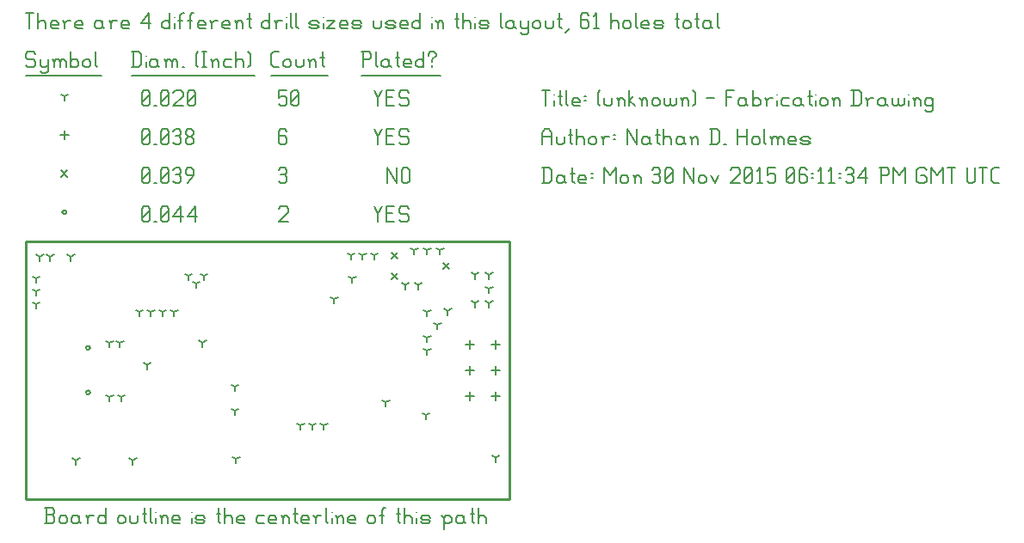
<source format=gbr>
G04 start of page 13 for group -3984 idx -3984 *
G04 Title: (unknown), fab *
G04 Creator: pcb 20140316 *
G04 CreationDate: Mon 30 Nov 2015 06:11:34 PM GMT UTC *
G04 For: ndholmes *
G04 Format: Gerber/RS-274X *
G04 PCB-Dimensions (mil): 1875.00 1000.00 *
G04 PCB-Coordinate-Origin: lower left *
%MOIN*%
%FSLAX25Y25*%
%LNFAB*%
%ADD86C,0.0100*%
%ADD85C,0.0075*%
%ADD84C,0.0060*%
%ADD83R,0.0080X0.0080*%
G54D83*X23322Y58661D02*G75*G03X24922Y58661I800J0D01*G01*
G75*G03X23322Y58661I-800J0D01*G01*
Y41339D02*G75*G03X24922Y41339I800J0D01*G01*
G75*G03X23322Y41339I-800J0D01*G01*
X14200Y111250D02*G75*G03X15800Y111250I800J0D01*G01*
G75*G03X14200Y111250I-800J0D01*G01*
G54D84*X135000Y113500D02*X136500Y110500D01*
X138000Y113500D01*
X136500Y110500D02*Y107500D01*
X139800Y110800D02*X142050D01*
X139800Y107500D02*X142800D01*
X139800Y113500D02*Y107500D01*
Y113500D02*X142800D01*
X147600D02*X148350Y112750D01*
X145350Y113500D02*X147600D01*
X144600Y112750D02*X145350Y113500D01*
X144600Y112750D02*Y111250D01*
X145350Y110500D01*
X147600D01*
X148350Y109750D01*
Y108250D01*
X147600Y107500D02*X148350Y108250D01*
X145350Y107500D02*X147600D01*
X144600Y108250D02*X145350Y107500D01*
X98000Y112750D02*X98750Y113500D01*
X101000D01*
X101750Y112750D01*
Y111250D01*
X98000Y107500D02*X101750Y111250D01*
X98000Y107500D02*X101750D01*
X45000Y108250D02*X45750Y107500D01*
X45000Y112750D02*Y108250D01*
Y112750D02*X45750Y113500D01*
X47250D01*
X48000Y112750D01*
Y108250D01*
X47250Y107500D02*X48000Y108250D01*
X45750Y107500D02*X47250D01*
X45000Y109000D02*X48000Y112000D01*
X49800Y107500D02*X50550D01*
X52350Y108250D02*X53100Y107500D01*
X52350Y112750D02*Y108250D01*
Y112750D02*X53100Y113500D01*
X54600D01*
X55350Y112750D01*
Y108250D01*
X54600Y107500D02*X55350Y108250D01*
X53100Y107500D02*X54600D01*
X52350Y109000D02*X55350Y112000D01*
X57150Y109750D02*X60150Y113500D01*
X57150Y109750D02*X60900D01*
X60150Y113500D02*Y107500D01*
X62700Y109750D02*X65700Y113500D01*
X62700Y109750D02*X66450D01*
X65700Y113500D02*Y107500D01*
X161800Y91700D02*X164200Y89300D01*
X161800D02*X164200Y91700D01*
X141800Y87700D02*X144200Y85300D01*
X141800D02*X144200Y87700D01*
X141800Y95700D02*X144200Y93300D01*
X141800D02*X144200Y95700D01*
X13800Y127450D02*X16200Y125050D01*
X13800D02*X16200Y127450D01*
X140000Y128500D02*Y122500D01*
Y128500D02*X143750Y122500D01*
Y128500D02*Y122500D01*
X145550Y127750D02*Y123250D01*
Y127750D02*X146300Y128500D01*
X147800D01*
X148550Y127750D01*
Y123250D01*
X147800Y122500D02*X148550Y123250D01*
X146300Y122500D02*X147800D01*
X145550Y123250D02*X146300Y122500D01*
X98000Y127750D02*X98750Y128500D01*
X100250D01*
X101000Y127750D01*
X100250Y122500D02*X101000Y123250D01*
X98750Y122500D02*X100250D01*
X98000Y123250D02*X98750Y122500D01*
Y125800D02*X100250D01*
X101000Y127750D02*Y126550D01*
Y125050D02*Y123250D01*
Y125050D02*X100250Y125800D01*
X101000Y126550D02*X100250Y125800D01*
X45000Y123250D02*X45750Y122500D01*
X45000Y127750D02*Y123250D01*
Y127750D02*X45750Y128500D01*
X47250D01*
X48000Y127750D01*
Y123250D01*
X47250Y122500D02*X48000Y123250D01*
X45750Y122500D02*X47250D01*
X45000Y124000D02*X48000Y127000D01*
X49800Y122500D02*X50550D01*
X52350Y123250D02*X53100Y122500D01*
X52350Y127750D02*Y123250D01*
Y127750D02*X53100Y128500D01*
X54600D01*
X55350Y127750D01*
Y123250D01*
X54600Y122500D02*X55350Y123250D01*
X53100Y122500D02*X54600D01*
X52350Y124000D02*X55350Y127000D01*
X57150Y127750D02*X57900Y128500D01*
X59400D01*
X60150Y127750D01*
X59400Y122500D02*X60150Y123250D01*
X57900Y122500D02*X59400D01*
X57150Y123250D02*X57900Y122500D01*
Y125800D02*X59400D01*
X60150Y127750D02*Y126550D01*
Y125050D02*Y123250D01*
Y125050D02*X59400Y125800D01*
X60150Y126550D02*X59400Y125800D01*
X62700Y122500D02*X64950Y125500D01*
Y127750D02*Y125500D01*
X64200Y128500D02*X64950Y127750D01*
X62700Y128500D02*X64200D01*
X61950Y127750D02*X62700Y128500D01*
X61950Y127750D02*Y126250D01*
X62700Y125500D01*
X64950D01*
X182000Y41600D02*Y38400D01*
X180400Y40000D02*X183600D01*
X182000Y51600D02*Y48400D01*
X180400Y50000D02*X183600D01*
X182000Y61600D02*Y58400D01*
X180400Y60000D02*X183600D01*
X172000Y41600D02*Y38400D01*
X170400Y40000D02*X173600D01*
X172000Y51600D02*Y48400D01*
X170400Y50000D02*X173600D01*
X172000Y61600D02*Y58400D01*
X170400Y60000D02*X173600D01*
X15000Y142850D02*Y139650D01*
X13400Y141250D02*X16600D01*
X135000Y143500D02*X136500Y140500D01*
X138000Y143500D01*
X136500Y140500D02*Y137500D01*
X139800Y140800D02*X142050D01*
X139800Y137500D02*X142800D01*
X139800Y143500D02*Y137500D01*
Y143500D02*X142800D01*
X147600D02*X148350Y142750D01*
X145350Y143500D02*X147600D01*
X144600Y142750D02*X145350Y143500D01*
X144600Y142750D02*Y141250D01*
X145350Y140500D01*
X147600D01*
X148350Y139750D01*
Y138250D01*
X147600Y137500D02*X148350Y138250D01*
X145350Y137500D02*X147600D01*
X144600Y138250D02*X145350Y137500D01*
X100250Y143500D02*X101000Y142750D01*
X98750Y143500D02*X100250D01*
X98000Y142750D02*X98750Y143500D01*
X98000Y142750D02*Y138250D01*
X98750Y137500D01*
X100250Y140800D02*X101000Y140050D01*
X98000Y140800D02*X100250D01*
X98750Y137500D02*X100250D01*
X101000Y138250D01*
Y140050D02*Y138250D01*
X45000D02*X45750Y137500D01*
X45000Y142750D02*Y138250D01*
Y142750D02*X45750Y143500D01*
X47250D01*
X48000Y142750D01*
Y138250D01*
X47250Y137500D02*X48000Y138250D01*
X45750Y137500D02*X47250D01*
X45000Y139000D02*X48000Y142000D01*
X49800Y137500D02*X50550D01*
X52350Y138250D02*X53100Y137500D01*
X52350Y142750D02*Y138250D01*
Y142750D02*X53100Y143500D01*
X54600D01*
X55350Y142750D01*
Y138250D01*
X54600Y137500D02*X55350Y138250D01*
X53100Y137500D02*X54600D01*
X52350Y139000D02*X55350Y142000D01*
X57150Y142750D02*X57900Y143500D01*
X59400D01*
X60150Y142750D01*
X59400Y137500D02*X60150Y138250D01*
X57900Y137500D02*X59400D01*
X57150Y138250D02*X57900Y137500D01*
Y140800D02*X59400D01*
X60150Y142750D02*Y141550D01*
Y140050D02*Y138250D01*
Y140050D02*X59400Y140800D01*
X60150Y141550D02*X59400Y140800D01*
X61950Y138250D02*X62700Y137500D01*
X61950Y139450D02*Y138250D01*
Y139450D02*X63000Y140500D01*
X63900D01*
X64950Y139450D01*
Y138250D01*
X64200Y137500D02*X64950Y138250D01*
X62700Y137500D02*X64200D01*
X61950Y141550D02*X63000Y140500D01*
X61950Y142750D02*Y141550D01*
Y142750D02*X62700Y143500D01*
X64200D01*
X64950Y142750D01*
Y141550D01*
X63900Y140500D02*X64950Y141550D01*
X4000Y85500D02*Y83900D01*
Y85500D02*X5387Y86300D01*
X4000Y85500D02*X2613Y86300D01*
X9500Y94000D02*Y92400D01*
Y94000D02*X10887Y94800D01*
X9500Y94000D02*X8113Y94800D01*
X5500Y94000D02*Y92400D01*
Y94000D02*X6887Y94800D01*
X5500Y94000D02*X4113Y94800D01*
X81000Y43500D02*Y41900D01*
Y43500D02*X82387Y44300D01*
X81000Y43500D02*X79613Y44300D01*
X68500Y60675D02*Y59075D01*
Y60675D02*X69887Y61475D01*
X68500Y60675D02*X67113Y61475D01*
X81000Y34276D02*Y32676D01*
Y34276D02*X82387Y35076D01*
X81000Y34276D02*X79613Y35076D01*
X139500Y37500D02*Y35900D01*
Y37500D02*X140887Y38300D01*
X139500Y37500D02*X138113Y38300D01*
X126500Y85500D02*Y83900D01*
Y85500D02*X127887Y86300D01*
X126500Y85500D02*X125113Y86300D01*
X126000Y94500D02*Y92900D01*
Y94500D02*X127387Y95300D01*
X126000Y94500D02*X124613Y95300D01*
X130500Y94500D02*Y92900D01*
Y94500D02*X131887Y95300D01*
X130500Y94500D02*X129113Y95300D01*
X135000Y94500D02*Y92900D01*
Y94500D02*X136387Y95300D01*
X135000Y94500D02*X133613Y95300D01*
X155500Y96500D02*Y94900D01*
Y96500D02*X156887Y97300D01*
X155500Y96500D02*X154113Y97300D01*
X160500Y96500D02*Y94900D01*
Y96500D02*X161887Y97300D01*
X160500Y96500D02*X159113Y97300D01*
X155500Y62500D02*Y60900D01*
Y62500D02*X156887Y63300D01*
X155500Y62500D02*X154113Y63300D01*
X155500Y72500D02*Y70900D01*
Y72500D02*X156887Y73300D01*
X155500Y72500D02*X154113Y73300D01*
X159500Y67500D02*Y65900D01*
Y67500D02*X160887Y68300D01*
X159500Y67500D02*X158113Y68300D01*
X152000Y83000D02*Y81400D01*
Y83000D02*X153387Y83800D01*
X152000Y83000D02*X150613Y83800D01*
X147000Y83000D02*Y81400D01*
Y83000D02*X148387Y83800D01*
X147000Y83000D02*X145613Y83800D01*
X155000Y32500D02*Y30900D01*
Y32500D02*X156387Y33300D01*
X155000Y32500D02*X153613Y33300D01*
X111000Y28500D02*Y26900D01*
Y28500D02*X112387Y29300D01*
X111000Y28500D02*X109613Y29300D01*
X115500Y28500D02*Y26900D01*
Y28500D02*X116887Y29300D01*
X115500Y28500D02*X114113Y29300D01*
X106500Y28500D02*Y26900D01*
Y28500D02*X107887Y29300D01*
X106500Y28500D02*X105113Y29300D01*
X155500Y57500D02*Y55900D01*
Y57500D02*X156887Y58300D01*
X155500Y57500D02*X154113Y58300D01*
X174000Y87000D02*Y85400D01*
Y87000D02*X175387Y87800D01*
X174000Y87000D02*X172613Y87800D01*
X174000Y76000D02*Y74400D01*
Y76000D02*X175387Y76800D01*
X174000Y76000D02*X172613Y76800D01*
X179500Y76000D02*Y74400D01*
Y76000D02*X180887Y76800D01*
X179500Y76000D02*X178113Y76800D01*
X179500Y81500D02*Y79900D01*
Y81500D02*X180887Y82300D01*
X179500Y81500D02*X178113Y82300D01*
X179500Y87000D02*Y85400D01*
Y87000D02*X180887Y87800D01*
X179500Y87000D02*X178113Y87800D01*
X163500Y73000D02*Y71400D01*
Y73000D02*X164887Y73800D01*
X163500Y73000D02*X162113Y73800D01*
X182000Y16000D02*Y14400D01*
Y16000D02*X183387Y16800D01*
X182000Y16000D02*X180613Y16800D01*
X81500Y15500D02*Y13900D01*
Y15500D02*X82887Y16300D01*
X81500Y15500D02*X80113Y16300D01*
X150500Y96500D02*Y94900D01*
Y96500D02*X151887Y97300D01*
X150500Y96500D02*X149113Y97300D01*
X119500Y77500D02*Y75900D01*
Y77500D02*X120887Y78300D01*
X119500Y77500D02*X118113Y78300D01*
X66000Y83500D02*Y81900D01*
Y83500D02*X67387Y84300D01*
X66000Y83500D02*X64613Y84300D01*
X69000Y86500D02*Y84900D01*
Y86500D02*X70387Y87300D01*
X69000Y86500D02*X67613Y87300D01*
X63000Y86500D02*Y84900D01*
Y86500D02*X64387Y87300D01*
X63000Y86500D02*X61613Y87300D01*
X19500Y15000D02*Y13400D01*
Y15000D02*X20887Y15800D01*
X19500Y15000D02*X18113Y15800D01*
X41500Y15000D02*Y13400D01*
Y15000D02*X42887Y15800D01*
X41500Y15000D02*X40113Y15800D01*
X17500Y94000D02*Y92400D01*
Y94000D02*X18887Y94800D01*
X17500Y94000D02*X16113Y94800D01*
X44000Y72500D02*Y70900D01*
Y72500D02*X45387Y73300D01*
X44000Y72500D02*X42613Y73300D01*
X48500Y72500D02*Y70900D01*
Y72500D02*X49887Y73300D01*
X48500Y72500D02*X47113Y73300D01*
X53000Y72500D02*Y70900D01*
Y72500D02*X54387Y73300D01*
X53000Y72500D02*X51613Y73300D01*
X57500Y72500D02*Y70900D01*
Y72500D02*X58887Y73300D01*
X57500Y72500D02*X56113Y73300D01*
X4000Y75500D02*Y73900D01*
Y75500D02*X5387Y76300D01*
X4000Y75500D02*X2613Y76300D01*
X4000Y80500D02*Y78900D01*
Y80500D02*X5387Y81300D01*
X4000Y80500D02*X2613Y81300D01*
X47000Y52000D02*Y50400D01*
Y52000D02*X48387Y52800D01*
X47000Y52000D02*X45613Y52800D01*
X37000Y39500D02*Y37900D01*
Y39500D02*X38387Y40300D01*
X37000Y39500D02*X35613Y40300D01*
X32500Y39500D02*Y37900D01*
Y39500D02*X33887Y40300D01*
X32500Y39500D02*X31113Y40300D01*
X36500Y60500D02*Y58900D01*
Y60500D02*X37887Y61300D01*
X36500Y60500D02*X35113Y61300D01*
X32500Y60500D02*Y58900D01*
Y60500D02*X33887Y61300D01*
X32500Y60500D02*X31113Y61300D01*
X15000Y156250D02*Y154650D01*
Y156250D02*X16387Y157050D01*
X15000Y156250D02*X13613Y157050D01*
X135000Y158500D02*X136500Y155500D01*
X138000Y158500D01*
X136500Y155500D02*Y152500D01*
X139800Y155800D02*X142050D01*
X139800Y152500D02*X142800D01*
X139800Y158500D02*Y152500D01*
Y158500D02*X142800D01*
X147600D02*X148350Y157750D01*
X145350Y158500D02*X147600D01*
X144600Y157750D02*X145350Y158500D01*
X144600Y157750D02*Y156250D01*
X145350Y155500D01*
X147600D01*
X148350Y154750D01*
Y153250D01*
X147600Y152500D02*X148350Y153250D01*
X145350Y152500D02*X147600D01*
X144600Y153250D02*X145350Y152500D01*
X98000Y158500D02*X101000D01*
X98000D02*Y155500D01*
X98750Y156250D01*
X100250D01*
X101000Y155500D01*
Y153250D01*
X100250Y152500D02*X101000Y153250D01*
X98750Y152500D02*X100250D01*
X98000Y153250D02*X98750Y152500D01*
X102800Y153250D02*X103550Y152500D01*
X102800Y157750D02*Y153250D01*
Y157750D02*X103550Y158500D01*
X105050D01*
X105800Y157750D01*
Y153250D01*
X105050Y152500D02*X105800Y153250D01*
X103550Y152500D02*X105050D01*
X102800Y154000D02*X105800Y157000D01*
X45000Y153250D02*X45750Y152500D01*
X45000Y157750D02*Y153250D01*
Y157750D02*X45750Y158500D01*
X47250D01*
X48000Y157750D01*
Y153250D01*
X47250Y152500D02*X48000Y153250D01*
X45750Y152500D02*X47250D01*
X45000Y154000D02*X48000Y157000D01*
X49800Y152500D02*X50550D01*
X52350Y153250D02*X53100Y152500D01*
X52350Y157750D02*Y153250D01*
Y157750D02*X53100Y158500D01*
X54600D01*
X55350Y157750D01*
Y153250D01*
X54600Y152500D02*X55350Y153250D01*
X53100Y152500D02*X54600D01*
X52350Y154000D02*X55350Y157000D01*
X57150Y157750D02*X57900Y158500D01*
X60150D01*
X60900Y157750D01*
Y156250D01*
X57150Y152500D02*X60900Y156250D01*
X57150Y152500D02*X60900D01*
X62700Y153250D02*X63450Y152500D01*
X62700Y157750D02*Y153250D01*
Y157750D02*X63450Y158500D01*
X64950D01*
X65700Y157750D01*
Y153250D01*
X64950Y152500D02*X65700Y153250D01*
X63450Y152500D02*X64950D01*
X62700Y154000D02*X65700Y157000D01*
X3000Y173500D02*X3750Y172750D01*
X750Y173500D02*X3000D01*
X0Y172750D02*X750Y173500D01*
X0Y172750D02*Y171250D01*
X750Y170500D01*
X3000D01*
X3750Y169750D01*
Y168250D01*
X3000Y167500D02*X3750Y168250D01*
X750Y167500D02*X3000D01*
X0Y168250D02*X750Y167500D01*
X5550Y170500D02*Y168250D01*
X6300Y167500D01*
X8550Y170500D02*Y166000D01*
X7800Y165250D02*X8550Y166000D01*
X6300Y165250D02*X7800D01*
X5550Y166000D02*X6300Y165250D01*
Y167500D02*X7800D01*
X8550Y168250D01*
X11100Y169750D02*Y167500D01*
Y169750D02*X11850Y170500D01*
X12600D01*
X13350Y169750D01*
Y167500D01*
Y169750D02*X14100Y170500D01*
X14850D01*
X15600Y169750D01*
Y167500D01*
X10350Y170500D02*X11100Y169750D01*
X17400Y173500D02*Y167500D01*
Y168250D02*X18150Y167500D01*
X19650D01*
X20400Y168250D01*
Y169750D02*Y168250D01*
X19650Y170500D02*X20400Y169750D01*
X18150Y170500D02*X19650D01*
X17400Y169750D02*X18150Y170500D01*
X22200Y169750D02*Y168250D01*
Y169750D02*X22950Y170500D01*
X24450D01*
X25200Y169750D01*
Y168250D01*
X24450Y167500D02*X25200Y168250D01*
X22950Y167500D02*X24450D01*
X22200Y168250D02*X22950Y167500D01*
X27000Y173500D02*Y168250D01*
X27750Y167500D01*
X0Y164250D02*X29250D01*
X41750Y173500D02*Y167500D01*
X43700Y173500D02*X44750Y172450D01*
Y168550D01*
X43700Y167500D02*X44750Y168550D01*
X41000Y167500D02*X43700D01*
X41000Y173500D02*X43700D01*
G54D85*X46550Y172000D02*Y171850D01*
G54D84*Y169750D02*Y167500D01*
X50300Y170500D02*X51050Y169750D01*
X48800Y170500D02*X50300D01*
X48050Y169750D02*X48800Y170500D01*
X48050Y169750D02*Y168250D01*
X48800Y167500D01*
X51050Y170500D02*Y168250D01*
X51800Y167500D01*
X48800D02*X50300D01*
X51050Y168250D01*
X54350Y169750D02*Y167500D01*
Y169750D02*X55100Y170500D01*
X55850D01*
X56600Y169750D01*
Y167500D01*
Y169750D02*X57350Y170500D01*
X58100D01*
X58850Y169750D01*
Y167500D01*
X53600Y170500D02*X54350Y169750D01*
X60650Y167500D02*X61400D01*
X65900Y168250D02*X66650Y167500D01*
X65900Y172750D02*X66650Y173500D01*
X65900Y172750D02*Y168250D01*
X68450Y173500D02*X69950D01*
X69200D02*Y167500D01*
X68450D02*X69950D01*
X72500Y169750D02*Y167500D01*
Y169750D02*X73250Y170500D01*
X74000D01*
X74750Y169750D01*
Y167500D01*
X71750Y170500D02*X72500Y169750D01*
X77300Y170500D02*X79550D01*
X76550Y169750D02*X77300Y170500D01*
X76550Y169750D02*Y168250D01*
X77300Y167500D01*
X79550D01*
X81350Y173500D02*Y167500D01*
Y169750D02*X82100Y170500D01*
X83600D01*
X84350Y169750D01*
Y167500D01*
X86150Y173500D02*X86900Y172750D01*
Y168250D01*
X86150Y167500D02*X86900Y168250D01*
X41000Y164250D02*X88700D01*
X96050Y167500D02*X98000D01*
X95000Y168550D02*X96050Y167500D01*
X95000Y172450D02*Y168550D01*
Y172450D02*X96050Y173500D01*
X98000D01*
X99800Y169750D02*Y168250D01*
Y169750D02*X100550Y170500D01*
X102050D01*
X102800Y169750D01*
Y168250D01*
X102050Y167500D02*X102800Y168250D01*
X100550Y167500D02*X102050D01*
X99800Y168250D02*X100550Y167500D01*
X104600Y170500D02*Y168250D01*
X105350Y167500D01*
X106850D01*
X107600Y168250D01*
Y170500D02*Y168250D01*
X110150Y169750D02*Y167500D01*
Y169750D02*X110900Y170500D01*
X111650D01*
X112400Y169750D01*
Y167500D01*
X109400Y170500D02*X110150Y169750D01*
X114950Y173500D02*Y168250D01*
X115700Y167500D01*
X114200Y171250D02*X115700D01*
X95000Y164250D02*X117200D01*
X130750Y173500D02*Y167500D01*
X130000Y173500D02*X133000D01*
X133750Y172750D01*
Y171250D01*
X133000Y170500D02*X133750Y171250D01*
X130750Y170500D02*X133000D01*
X135550Y173500D02*Y168250D01*
X136300Y167500D01*
X140050Y170500D02*X140800Y169750D01*
X138550Y170500D02*X140050D01*
X137800Y169750D02*X138550Y170500D01*
X137800Y169750D02*Y168250D01*
X138550Y167500D01*
X140800Y170500D02*Y168250D01*
X141550Y167500D01*
X138550D02*X140050D01*
X140800Y168250D01*
X144100Y173500D02*Y168250D01*
X144850Y167500D01*
X143350Y171250D02*X144850D01*
X147100Y167500D02*X149350D01*
X146350Y168250D02*X147100Y167500D01*
X146350Y169750D02*Y168250D01*
Y169750D02*X147100Y170500D01*
X148600D01*
X149350Y169750D01*
X146350Y169000D02*X149350D01*
Y169750D02*Y169000D01*
X154150Y173500D02*Y167500D01*
X153400D02*X154150Y168250D01*
X151900Y167500D02*X153400D01*
X151150Y168250D02*X151900Y167500D01*
X151150Y169750D02*Y168250D01*
Y169750D02*X151900Y170500D01*
X153400D01*
X154150Y169750D01*
X157450Y170500D02*Y169750D01*
Y168250D02*Y167500D01*
X155950Y172750D02*Y172000D01*
Y172750D02*X156700Y173500D01*
X158200D01*
X158950Y172750D01*
Y172000D01*
X157450Y170500D02*X158950Y172000D01*
X130000Y164250D02*X160750D01*
X0Y188500D02*X3000D01*
X1500D02*Y182500D01*
X4800Y188500D02*Y182500D01*
Y184750D02*X5550Y185500D01*
X7050D01*
X7800Y184750D01*
Y182500D01*
X10350D02*X12600D01*
X9600Y183250D02*X10350Y182500D01*
X9600Y184750D02*Y183250D01*
Y184750D02*X10350Y185500D01*
X11850D01*
X12600Y184750D01*
X9600Y184000D02*X12600D01*
Y184750D02*Y184000D01*
X15150Y184750D02*Y182500D01*
Y184750D02*X15900Y185500D01*
X17400D01*
X14400D02*X15150Y184750D01*
X19950Y182500D02*X22200D01*
X19200Y183250D02*X19950Y182500D01*
X19200Y184750D02*Y183250D01*
Y184750D02*X19950Y185500D01*
X21450D01*
X22200Y184750D01*
X19200Y184000D02*X22200D01*
Y184750D02*Y184000D01*
X28950Y185500D02*X29700Y184750D01*
X27450Y185500D02*X28950D01*
X26700Y184750D02*X27450Y185500D01*
X26700Y184750D02*Y183250D01*
X27450Y182500D01*
X29700Y185500D02*Y183250D01*
X30450Y182500D01*
X27450D02*X28950D01*
X29700Y183250D01*
X33000Y184750D02*Y182500D01*
Y184750D02*X33750Y185500D01*
X35250D01*
X32250D02*X33000Y184750D01*
X37800Y182500D02*X40050D01*
X37050Y183250D02*X37800Y182500D01*
X37050Y184750D02*Y183250D01*
Y184750D02*X37800Y185500D01*
X39300D01*
X40050Y184750D01*
X37050Y184000D02*X40050D01*
Y184750D02*Y184000D01*
X44550Y184750D02*X47550Y188500D01*
X44550Y184750D02*X48300D01*
X47550Y188500D02*Y182500D01*
X55800Y188500D02*Y182500D01*
X55050D02*X55800Y183250D01*
X53550Y182500D02*X55050D01*
X52800Y183250D02*X53550Y182500D01*
X52800Y184750D02*Y183250D01*
Y184750D02*X53550Y185500D01*
X55050D01*
X55800Y184750D01*
G54D85*X57600Y187000D02*Y186850D01*
G54D84*Y184750D02*Y182500D01*
X59850Y187750D02*Y182500D01*
Y187750D02*X60600Y188500D01*
X61350D01*
X59100Y185500D02*X60600D01*
X63600Y187750D02*Y182500D01*
Y187750D02*X64350Y188500D01*
X65100D01*
X62850Y185500D02*X64350D01*
X67350Y182500D02*X69600D01*
X66600Y183250D02*X67350Y182500D01*
X66600Y184750D02*Y183250D01*
Y184750D02*X67350Y185500D01*
X68850D01*
X69600Y184750D01*
X66600Y184000D02*X69600D01*
Y184750D02*Y184000D01*
X72150Y184750D02*Y182500D01*
Y184750D02*X72900Y185500D01*
X74400D01*
X71400D02*X72150Y184750D01*
X76950Y182500D02*X79200D01*
X76200Y183250D02*X76950Y182500D01*
X76200Y184750D02*Y183250D01*
Y184750D02*X76950Y185500D01*
X78450D01*
X79200Y184750D01*
X76200Y184000D02*X79200D01*
Y184750D02*Y184000D01*
X81750Y184750D02*Y182500D01*
Y184750D02*X82500Y185500D01*
X83250D01*
X84000Y184750D01*
Y182500D01*
X81000Y185500D02*X81750Y184750D01*
X86550Y188500D02*Y183250D01*
X87300Y182500D01*
X85800Y186250D02*X87300D01*
X94500Y188500D02*Y182500D01*
X93750D02*X94500Y183250D01*
X92250Y182500D02*X93750D01*
X91500Y183250D02*X92250Y182500D01*
X91500Y184750D02*Y183250D01*
Y184750D02*X92250Y185500D01*
X93750D01*
X94500Y184750D01*
X97050D02*Y182500D01*
Y184750D02*X97800Y185500D01*
X99300D01*
X96300D02*X97050Y184750D01*
G54D85*X101100Y187000D02*Y186850D01*
G54D84*Y184750D02*Y182500D01*
X102600Y188500D02*Y183250D01*
X103350Y182500D01*
X104850Y188500D02*Y183250D01*
X105600Y182500D01*
X110550D02*X112800D01*
X113550Y183250D01*
X112800Y184000D02*X113550Y183250D01*
X110550Y184000D02*X112800D01*
X109800Y184750D02*X110550Y184000D01*
X109800Y184750D02*X110550Y185500D01*
X112800D01*
X113550Y184750D01*
X109800Y183250D02*X110550Y182500D01*
G54D85*X115350Y187000D02*Y186850D01*
G54D84*Y184750D02*Y182500D01*
X116850Y185500D02*X119850D01*
X116850Y182500D02*X119850Y185500D01*
X116850Y182500D02*X119850D01*
X122400D02*X124650D01*
X121650Y183250D02*X122400Y182500D01*
X121650Y184750D02*Y183250D01*
Y184750D02*X122400Y185500D01*
X123900D01*
X124650Y184750D01*
X121650Y184000D02*X124650D01*
Y184750D02*Y184000D01*
X127200Y182500D02*X129450D01*
X130200Y183250D01*
X129450Y184000D02*X130200Y183250D01*
X127200Y184000D02*X129450D01*
X126450Y184750D02*X127200Y184000D01*
X126450Y184750D02*X127200Y185500D01*
X129450D01*
X130200Y184750D01*
X126450Y183250D02*X127200Y182500D01*
X134700Y185500D02*Y183250D01*
X135450Y182500D01*
X136950D01*
X137700Y183250D01*
Y185500D02*Y183250D01*
X140250Y182500D02*X142500D01*
X143250Y183250D01*
X142500Y184000D02*X143250Y183250D01*
X140250Y184000D02*X142500D01*
X139500Y184750D02*X140250Y184000D01*
X139500Y184750D02*X140250Y185500D01*
X142500D01*
X143250Y184750D01*
X139500Y183250D02*X140250Y182500D01*
X145800D02*X148050D01*
X145050Y183250D02*X145800Y182500D01*
X145050Y184750D02*Y183250D01*
Y184750D02*X145800Y185500D01*
X147300D01*
X148050Y184750D01*
X145050Y184000D02*X148050D01*
Y184750D02*Y184000D01*
X152850Y188500D02*Y182500D01*
X152100D02*X152850Y183250D01*
X150600Y182500D02*X152100D01*
X149850Y183250D02*X150600Y182500D01*
X149850Y184750D02*Y183250D01*
Y184750D02*X150600Y185500D01*
X152100D01*
X152850Y184750D01*
G54D85*X157350Y187000D02*Y186850D01*
G54D84*Y184750D02*Y182500D01*
X159600Y184750D02*Y182500D01*
Y184750D02*X160350Y185500D01*
X161100D01*
X161850Y184750D01*
Y182500D01*
X158850Y185500D02*X159600Y184750D01*
X167100Y188500D02*Y183250D01*
X167850Y182500D01*
X166350Y186250D02*X167850D01*
X169350Y188500D02*Y182500D01*
Y184750D02*X170100Y185500D01*
X171600D01*
X172350Y184750D01*
Y182500D01*
G54D85*X174150Y187000D02*Y186850D01*
G54D84*Y184750D02*Y182500D01*
X176400D02*X178650D01*
X179400Y183250D01*
X178650Y184000D02*X179400Y183250D01*
X176400Y184000D02*X178650D01*
X175650Y184750D02*X176400Y184000D01*
X175650Y184750D02*X176400Y185500D01*
X178650D01*
X179400Y184750D01*
X175650Y183250D02*X176400Y182500D01*
X183900Y188500D02*Y183250D01*
X184650Y182500D01*
X188400Y185500D02*X189150Y184750D01*
X186900Y185500D02*X188400D01*
X186150Y184750D02*X186900Y185500D01*
X186150Y184750D02*Y183250D01*
X186900Y182500D01*
X189150Y185500D02*Y183250D01*
X189900Y182500D01*
X186900D02*X188400D01*
X189150Y183250D01*
X191700Y185500D02*Y183250D01*
X192450Y182500D01*
X194700Y185500D02*Y181000D01*
X193950Y180250D02*X194700Y181000D01*
X192450Y180250D02*X193950D01*
X191700Y181000D02*X192450Y180250D01*
Y182500D02*X193950D01*
X194700Y183250D01*
X196500Y184750D02*Y183250D01*
Y184750D02*X197250Y185500D01*
X198750D01*
X199500Y184750D01*
Y183250D01*
X198750Y182500D02*X199500Y183250D01*
X197250Y182500D02*X198750D01*
X196500Y183250D02*X197250Y182500D01*
X201300Y185500D02*Y183250D01*
X202050Y182500D01*
X203550D01*
X204300Y183250D01*
Y185500D02*Y183250D01*
X206850Y188500D02*Y183250D01*
X207600Y182500D01*
X206100Y186250D02*X207600D01*
X209100Y181000D02*X210600Y182500D01*
X217350Y188500D02*X218100Y187750D01*
X215850Y188500D02*X217350D01*
X215100Y187750D02*X215850Y188500D01*
X215100Y187750D02*Y183250D01*
X215850Y182500D01*
X217350Y185800D02*X218100Y185050D01*
X215100Y185800D02*X217350D01*
X215850Y182500D02*X217350D01*
X218100Y183250D01*
Y185050D02*Y183250D01*
X219900Y187300D02*X221100Y188500D01*
Y182500D01*
X219900D02*X222150D01*
X226650Y188500D02*Y182500D01*
Y184750D02*X227400Y185500D01*
X228900D01*
X229650Y184750D01*
Y182500D01*
X231450Y184750D02*Y183250D01*
Y184750D02*X232200Y185500D01*
X233700D01*
X234450Y184750D01*
Y183250D01*
X233700Y182500D02*X234450Y183250D01*
X232200Y182500D02*X233700D01*
X231450Y183250D02*X232200Y182500D01*
X236250Y188500D02*Y183250D01*
X237000Y182500D01*
X239250D02*X241500D01*
X238500Y183250D02*X239250Y182500D01*
X238500Y184750D02*Y183250D01*
Y184750D02*X239250Y185500D01*
X240750D01*
X241500Y184750D01*
X238500Y184000D02*X241500D01*
Y184750D02*Y184000D01*
X244050Y182500D02*X246300D01*
X247050Y183250D01*
X246300Y184000D02*X247050Y183250D01*
X244050Y184000D02*X246300D01*
X243300Y184750D02*X244050Y184000D01*
X243300Y184750D02*X244050Y185500D01*
X246300D01*
X247050Y184750D01*
X243300Y183250D02*X244050Y182500D01*
X252300Y188500D02*Y183250D01*
X253050Y182500D01*
X251550Y186250D02*X253050D01*
X254550Y184750D02*Y183250D01*
Y184750D02*X255300Y185500D01*
X256800D01*
X257550Y184750D01*
Y183250D01*
X256800Y182500D02*X257550Y183250D01*
X255300Y182500D02*X256800D01*
X254550Y183250D02*X255300Y182500D01*
X260100Y188500D02*Y183250D01*
X260850Y182500D01*
X259350Y186250D02*X260850D01*
X264600Y185500D02*X265350Y184750D01*
X263100Y185500D02*X264600D01*
X262350Y184750D02*X263100Y185500D01*
X262350Y184750D02*Y183250D01*
X263100Y182500D01*
X265350Y185500D02*Y183250D01*
X266100Y182500D01*
X263100D02*X264600D01*
X265350Y183250D01*
X267900Y188500D02*Y183250D01*
X268650Y182500D01*
G54D86*X0Y100000D02*X187500D01*
Y0D01*
X0D01*
Y100000D01*
G54D84*X7425Y-9500D02*X10425D01*
X11175Y-8750D01*
Y-6950D02*Y-8750D01*
X10425Y-6200D02*X11175Y-6950D01*
X8175Y-6200D02*X10425D01*
X8175Y-3500D02*Y-9500D01*
X7425Y-3500D02*X10425D01*
X11175Y-4250D01*
Y-5450D01*
X10425Y-6200D02*X11175Y-5450D01*
X12975Y-7250D02*Y-8750D01*
Y-7250D02*X13725Y-6500D01*
X15225D01*
X15975Y-7250D01*
Y-8750D01*
X15225Y-9500D02*X15975Y-8750D01*
X13725Y-9500D02*X15225D01*
X12975Y-8750D02*X13725Y-9500D01*
X20025Y-6500D02*X20775Y-7250D01*
X18525Y-6500D02*X20025D01*
X17775Y-7250D02*X18525Y-6500D01*
X17775Y-7250D02*Y-8750D01*
X18525Y-9500D01*
X20775Y-6500D02*Y-8750D01*
X21525Y-9500D01*
X18525D02*X20025D01*
X20775Y-8750D01*
X24075Y-7250D02*Y-9500D01*
Y-7250D02*X24825Y-6500D01*
X26325D01*
X23325D02*X24075Y-7250D01*
X31125Y-3500D02*Y-9500D01*
X30375D02*X31125Y-8750D01*
X28875Y-9500D02*X30375D01*
X28125Y-8750D02*X28875Y-9500D01*
X28125Y-7250D02*Y-8750D01*
Y-7250D02*X28875Y-6500D01*
X30375D01*
X31125Y-7250D01*
X35625D02*Y-8750D01*
Y-7250D02*X36375Y-6500D01*
X37875D01*
X38625Y-7250D01*
Y-8750D01*
X37875Y-9500D02*X38625Y-8750D01*
X36375Y-9500D02*X37875D01*
X35625Y-8750D02*X36375Y-9500D01*
X40425Y-6500D02*Y-8750D01*
X41175Y-9500D01*
X42675D01*
X43425Y-8750D01*
Y-6500D02*Y-8750D01*
X45975Y-3500D02*Y-8750D01*
X46725Y-9500D01*
X45225Y-5750D02*X46725D01*
X48225Y-3500D02*Y-8750D01*
X48975Y-9500D01*
G54D85*X50475Y-5000D02*Y-5150D01*
G54D84*Y-7250D02*Y-9500D01*
X52725Y-7250D02*Y-9500D01*
Y-7250D02*X53475Y-6500D01*
X54225D01*
X54975Y-7250D01*
Y-9500D01*
X51975Y-6500D02*X52725Y-7250D01*
X57525Y-9500D02*X59775D01*
X56775Y-8750D02*X57525Y-9500D01*
X56775Y-7250D02*Y-8750D01*
Y-7250D02*X57525Y-6500D01*
X59025D01*
X59775Y-7250D01*
X56775Y-8000D02*X59775D01*
Y-7250D02*Y-8000D01*
G54D85*X64275Y-5000D02*Y-5150D01*
G54D84*Y-7250D02*Y-9500D01*
X66525D02*X68775D01*
X69525Y-8750D01*
X68775Y-8000D02*X69525Y-8750D01*
X66525Y-8000D02*X68775D01*
X65775Y-7250D02*X66525Y-8000D01*
X65775Y-7250D02*X66525Y-6500D01*
X68775D01*
X69525Y-7250D01*
X65775Y-8750D02*X66525Y-9500D01*
X74775Y-3500D02*Y-8750D01*
X75525Y-9500D01*
X74025Y-5750D02*X75525D01*
X77025Y-3500D02*Y-9500D01*
Y-7250D02*X77775Y-6500D01*
X79275D01*
X80025Y-7250D01*
Y-9500D01*
X82575D02*X84825D01*
X81825Y-8750D02*X82575Y-9500D01*
X81825Y-7250D02*Y-8750D01*
Y-7250D02*X82575Y-6500D01*
X84075D01*
X84825Y-7250D01*
X81825Y-8000D02*X84825D01*
Y-7250D02*Y-8000D01*
X90075Y-6500D02*X92325D01*
X89325Y-7250D02*X90075Y-6500D01*
X89325Y-7250D02*Y-8750D01*
X90075Y-9500D01*
X92325D01*
X94875D02*X97125D01*
X94125Y-8750D02*X94875Y-9500D01*
X94125Y-7250D02*Y-8750D01*
Y-7250D02*X94875Y-6500D01*
X96375D01*
X97125Y-7250D01*
X94125Y-8000D02*X97125D01*
Y-7250D02*Y-8000D01*
X99675Y-7250D02*Y-9500D01*
Y-7250D02*X100425Y-6500D01*
X101175D01*
X101925Y-7250D01*
Y-9500D01*
X98925Y-6500D02*X99675Y-7250D01*
X104475Y-3500D02*Y-8750D01*
X105225Y-9500D01*
X103725Y-5750D02*X105225D01*
X107475Y-9500D02*X109725D01*
X106725Y-8750D02*X107475Y-9500D01*
X106725Y-7250D02*Y-8750D01*
Y-7250D02*X107475Y-6500D01*
X108975D01*
X109725Y-7250D01*
X106725Y-8000D02*X109725D01*
Y-7250D02*Y-8000D01*
X112275Y-7250D02*Y-9500D01*
Y-7250D02*X113025Y-6500D01*
X114525D01*
X111525D02*X112275Y-7250D01*
X116325Y-3500D02*Y-8750D01*
X117075Y-9500D01*
G54D85*X118575Y-5000D02*Y-5150D01*
G54D84*Y-7250D02*Y-9500D01*
X120825Y-7250D02*Y-9500D01*
Y-7250D02*X121575Y-6500D01*
X122325D01*
X123075Y-7250D01*
Y-9500D01*
X120075Y-6500D02*X120825Y-7250D01*
X125625Y-9500D02*X127875D01*
X124875Y-8750D02*X125625Y-9500D01*
X124875Y-7250D02*Y-8750D01*
Y-7250D02*X125625Y-6500D01*
X127125D01*
X127875Y-7250D01*
X124875Y-8000D02*X127875D01*
Y-7250D02*Y-8000D01*
X132375Y-7250D02*Y-8750D01*
Y-7250D02*X133125Y-6500D01*
X134625D01*
X135375Y-7250D01*
Y-8750D01*
X134625Y-9500D02*X135375Y-8750D01*
X133125Y-9500D02*X134625D01*
X132375Y-8750D02*X133125Y-9500D01*
X137925Y-4250D02*Y-9500D01*
Y-4250D02*X138675Y-3500D01*
X139425D01*
X137175Y-6500D02*X138675D01*
X144375Y-3500D02*Y-8750D01*
X145125Y-9500D01*
X143625Y-5750D02*X145125D01*
X146625Y-3500D02*Y-9500D01*
Y-7250D02*X147375Y-6500D01*
X148875D01*
X149625Y-7250D01*
Y-9500D01*
G54D85*X151425Y-5000D02*Y-5150D01*
G54D84*Y-7250D02*Y-9500D01*
X153675D02*X155925D01*
X156675Y-8750D01*
X155925Y-8000D02*X156675Y-8750D01*
X153675Y-8000D02*X155925D01*
X152925Y-7250D02*X153675Y-8000D01*
X152925Y-7250D02*X153675Y-6500D01*
X155925D01*
X156675Y-7250D01*
X152925Y-8750D02*X153675Y-9500D01*
X161925Y-7250D02*Y-11750D01*
X161175Y-6500D02*X161925Y-7250D01*
X162675Y-6500D01*
X164175D01*
X164925Y-7250D01*
Y-8750D01*
X164175Y-9500D02*X164925Y-8750D01*
X162675Y-9500D02*X164175D01*
X161925Y-8750D02*X162675Y-9500D01*
X168975Y-6500D02*X169725Y-7250D01*
X167475Y-6500D02*X168975D01*
X166725Y-7250D02*X167475Y-6500D01*
X166725Y-7250D02*Y-8750D01*
X167475Y-9500D01*
X169725Y-6500D02*Y-8750D01*
X170475Y-9500D01*
X167475D02*X168975D01*
X169725Y-8750D01*
X173025Y-3500D02*Y-8750D01*
X173775Y-9500D01*
X172275Y-5750D02*X173775D01*
X175275Y-3500D02*Y-9500D01*
Y-7250D02*X176025Y-6500D01*
X177525D01*
X178275Y-7250D01*
Y-9500D01*
X200750Y128500D02*Y122500D01*
X202700Y128500D02*X203750Y127450D01*
Y123550D01*
X202700Y122500D02*X203750Y123550D01*
X200000Y122500D02*X202700D01*
X200000Y128500D02*X202700D01*
X207800Y125500D02*X208550Y124750D01*
X206300Y125500D02*X207800D01*
X205550Y124750D02*X206300Y125500D01*
X205550Y124750D02*Y123250D01*
X206300Y122500D01*
X208550Y125500D02*Y123250D01*
X209300Y122500D01*
X206300D02*X207800D01*
X208550Y123250D01*
X211850Y128500D02*Y123250D01*
X212600Y122500D01*
X211100Y126250D02*X212600D01*
X214850Y122500D02*X217100D01*
X214100Y123250D02*X214850Y122500D01*
X214100Y124750D02*Y123250D01*
Y124750D02*X214850Y125500D01*
X216350D01*
X217100Y124750D01*
X214100Y124000D02*X217100D01*
Y124750D02*Y124000D01*
X218900Y126250D02*X219650D01*
X218900Y124750D02*X219650D01*
X224150Y128500D02*Y122500D01*
Y128500D02*X226400Y125500D01*
X228650Y128500D01*
Y122500D01*
X230450Y124750D02*Y123250D01*
Y124750D02*X231200Y125500D01*
X232700D01*
X233450Y124750D01*
Y123250D01*
X232700Y122500D02*X233450Y123250D01*
X231200Y122500D02*X232700D01*
X230450Y123250D02*X231200Y122500D01*
X236000Y124750D02*Y122500D01*
Y124750D02*X236750Y125500D01*
X237500D01*
X238250Y124750D01*
Y122500D01*
X235250Y125500D02*X236000Y124750D01*
X242750Y127750D02*X243500Y128500D01*
X245000D01*
X245750Y127750D01*
X245000Y122500D02*X245750Y123250D01*
X243500Y122500D02*X245000D01*
X242750Y123250D02*X243500Y122500D01*
Y125800D02*X245000D01*
X245750Y127750D02*Y126550D01*
Y125050D02*Y123250D01*
Y125050D02*X245000Y125800D01*
X245750Y126550D02*X245000Y125800D01*
X247550Y123250D02*X248300Y122500D01*
X247550Y127750D02*Y123250D01*
Y127750D02*X248300Y128500D01*
X249800D01*
X250550Y127750D01*
Y123250D01*
X249800Y122500D02*X250550Y123250D01*
X248300Y122500D02*X249800D01*
X247550Y124000D02*X250550Y127000D01*
X255050Y128500D02*Y122500D01*
Y128500D02*X258800Y122500D01*
Y128500D02*Y122500D01*
X260600Y124750D02*Y123250D01*
Y124750D02*X261350Y125500D01*
X262850D01*
X263600Y124750D01*
Y123250D01*
X262850Y122500D02*X263600Y123250D01*
X261350Y122500D02*X262850D01*
X260600Y123250D02*X261350Y122500D01*
X265400Y125500D02*X266900Y122500D01*
X268400Y125500D02*X266900Y122500D01*
X272900Y127750D02*X273650Y128500D01*
X275900D01*
X276650Y127750D01*
Y126250D01*
X272900Y122500D02*X276650Y126250D01*
X272900Y122500D02*X276650D01*
X278450Y123250D02*X279200Y122500D01*
X278450Y127750D02*Y123250D01*
Y127750D02*X279200Y128500D01*
X280700D01*
X281450Y127750D01*
Y123250D01*
X280700Y122500D02*X281450Y123250D01*
X279200Y122500D02*X280700D01*
X278450Y124000D02*X281450Y127000D01*
X283250Y127300D02*X284450Y128500D01*
Y122500D01*
X283250D02*X285500D01*
X287300Y128500D02*X290300D01*
X287300D02*Y125500D01*
X288050Y126250D01*
X289550D01*
X290300Y125500D01*
Y123250D01*
X289550Y122500D02*X290300Y123250D01*
X288050Y122500D02*X289550D01*
X287300Y123250D02*X288050Y122500D01*
X294800Y123250D02*X295550Y122500D01*
X294800Y127750D02*Y123250D01*
Y127750D02*X295550Y128500D01*
X297050D01*
X297800Y127750D01*
Y123250D01*
X297050Y122500D02*X297800Y123250D01*
X295550Y122500D02*X297050D01*
X294800Y124000D02*X297800Y127000D01*
X301850Y128500D02*X302600Y127750D01*
X300350Y128500D02*X301850D01*
X299600Y127750D02*X300350Y128500D01*
X299600Y127750D02*Y123250D01*
X300350Y122500D01*
X301850Y125800D02*X302600Y125050D01*
X299600Y125800D02*X301850D01*
X300350Y122500D02*X301850D01*
X302600Y123250D01*
Y125050D02*Y123250D01*
X304400Y126250D02*X305150D01*
X304400Y124750D02*X305150D01*
X306950Y127300D02*X308150Y128500D01*
Y122500D01*
X306950D02*X309200D01*
X311000Y127300D02*X312200Y128500D01*
Y122500D01*
X311000D02*X313250D01*
X315050Y126250D02*X315800D01*
X315050Y124750D02*X315800D01*
X317600Y127750D02*X318350Y128500D01*
X319850D01*
X320600Y127750D01*
X319850Y122500D02*X320600Y123250D01*
X318350Y122500D02*X319850D01*
X317600Y123250D02*X318350Y122500D01*
Y125800D02*X319850D01*
X320600Y127750D02*Y126550D01*
Y125050D02*Y123250D01*
Y125050D02*X319850Y125800D01*
X320600Y126550D02*X319850Y125800D01*
X322400Y124750D02*X325400Y128500D01*
X322400Y124750D02*X326150D01*
X325400Y128500D02*Y122500D01*
X331400Y128500D02*Y122500D01*
X330650Y128500D02*X333650D01*
X334400Y127750D01*
Y126250D01*
X333650Y125500D02*X334400Y126250D01*
X331400Y125500D02*X333650D01*
X336200Y128500D02*Y122500D01*
Y128500D02*X338450Y125500D01*
X340700Y128500D01*
Y122500D01*
X348200Y128500D02*X348950Y127750D01*
X345950Y128500D02*X348200D01*
X345200Y127750D02*X345950Y128500D01*
X345200Y127750D02*Y123250D01*
X345950Y122500D01*
X348200D01*
X348950Y123250D01*
Y124750D02*Y123250D01*
X348200Y125500D02*X348950Y124750D01*
X346700Y125500D02*X348200D01*
X350750Y128500D02*Y122500D01*
Y128500D02*X353000Y125500D01*
X355250Y128500D01*
Y122500D01*
X357050Y128500D02*X360050D01*
X358550D02*Y122500D01*
X364550Y128500D02*Y123250D01*
X365300Y122500D01*
X366800D01*
X367550Y123250D01*
Y128500D02*Y123250D01*
X369350Y128500D02*X372350D01*
X370850D02*Y122500D01*
X375200D02*X377150D01*
X374150Y123550D02*X375200Y122500D01*
X374150Y127450D02*Y123550D01*
Y127450D02*X375200Y128500D01*
X377150D01*
X200000Y142000D02*Y137500D01*
Y142000D02*X201050Y143500D01*
X202700D01*
X203750Y142000D01*
Y137500D01*
X200000Y140500D02*X203750D01*
X205550D02*Y138250D01*
X206300Y137500D01*
X207800D01*
X208550Y138250D01*
Y140500D02*Y138250D01*
X211100Y143500D02*Y138250D01*
X211850Y137500D01*
X210350Y141250D02*X211850D01*
X213350Y143500D02*Y137500D01*
Y139750D02*X214100Y140500D01*
X215600D01*
X216350Y139750D01*
Y137500D01*
X218150Y139750D02*Y138250D01*
Y139750D02*X218900Y140500D01*
X220400D01*
X221150Y139750D01*
Y138250D01*
X220400Y137500D02*X221150Y138250D01*
X218900Y137500D02*X220400D01*
X218150Y138250D02*X218900Y137500D01*
X223700Y139750D02*Y137500D01*
Y139750D02*X224450Y140500D01*
X225950D01*
X222950D02*X223700Y139750D01*
X227750Y141250D02*X228500D01*
X227750Y139750D02*X228500D01*
X233000Y143500D02*Y137500D01*
Y143500D02*X236750Y137500D01*
Y143500D02*Y137500D01*
X240800Y140500D02*X241550Y139750D01*
X239300Y140500D02*X240800D01*
X238550Y139750D02*X239300Y140500D01*
X238550Y139750D02*Y138250D01*
X239300Y137500D01*
X241550Y140500D02*Y138250D01*
X242300Y137500D01*
X239300D02*X240800D01*
X241550Y138250D01*
X244850Y143500D02*Y138250D01*
X245600Y137500D01*
X244100Y141250D02*X245600D01*
X247100Y143500D02*Y137500D01*
Y139750D02*X247850Y140500D01*
X249350D01*
X250100Y139750D01*
Y137500D01*
X254150Y140500D02*X254900Y139750D01*
X252650Y140500D02*X254150D01*
X251900Y139750D02*X252650Y140500D01*
X251900Y139750D02*Y138250D01*
X252650Y137500D01*
X254900Y140500D02*Y138250D01*
X255650Y137500D01*
X252650D02*X254150D01*
X254900Y138250D01*
X258200Y139750D02*Y137500D01*
Y139750D02*X258950Y140500D01*
X259700D01*
X260450Y139750D01*
Y137500D01*
X257450Y140500D02*X258200Y139750D01*
X265700Y143500D02*Y137500D01*
X267650Y143500D02*X268700Y142450D01*
Y138550D01*
X267650Y137500D02*X268700Y138550D01*
X264950Y137500D02*X267650D01*
X264950Y143500D02*X267650D01*
X270500Y137500D02*X271250D01*
X275750Y143500D02*Y137500D01*
X279500Y143500D02*Y137500D01*
X275750Y140500D02*X279500D01*
X281300Y139750D02*Y138250D01*
Y139750D02*X282050Y140500D01*
X283550D01*
X284300Y139750D01*
Y138250D01*
X283550Y137500D02*X284300Y138250D01*
X282050Y137500D02*X283550D01*
X281300Y138250D02*X282050Y137500D01*
X286100Y143500D02*Y138250D01*
X286850Y137500D01*
X289100Y139750D02*Y137500D01*
Y139750D02*X289850Y140500D01*
X290600D01*
X291350Y139750D01*
Y137500D01*
Y139750D02*X292100Y140500D01*
X292850D01*
X293600Y139750D01*
Y137500D01*
X288350Y140500D02*X289100Y139750D01*
X296150Y137500D02*X298400D01*
X295400Y138250D02*X296150Y137500D01*
X295400Y139750D02*Y138250D01*
Y139750D02*X296150Y140500D01*
X297650D01*
X298400Y139750D01*
X295400Y139000D02*X298400D01*
Y139750D02*Y139000D01*
X300950Y137500D02*X303200D01*
X303950Y138250D01*
X303200Y139000D02*X303950Y138250D01*
X300950Y139000D02*X303200D01*
X300200Y139750D02*X300950Y139000D01*
X300200Y139750D02*X300950Y140500D01*
X303200D01*
X303950Y139750D01*
X300200Y138250D02*X300950Y137500D01*
X200000Y158500D02*X203000D01*
X201500D02*Y152500D01*
G54D85*X204800Y157000D02*Y156850D01*
G54D84*Y154750D02*Y152500D01*
X207050Y158500D02*Y153250D01*
X207800Y152500D01*
X206300Y156250D02*X207800D01*
X209300Y158500D02*Y153250D01*
X210050Y152500D01*
X212300D02*X214550D01*
X211550Y153250D02*X212300Y152500D01*
X211550Y154750D02*Y153250D01*
Y154750D02*X212300Y155500D01*
X213800D01*
X214550Y154750D01*
X211550Y154000D02*X214550D01*
Y154750D02*Y154000D01*
X216350Y156250D02*X217100D01*
X216350Y154750D02*X217100D01*
X221600Y153250D02*X222350Y152500D01*
X221600Y157750D02*X222350Y158500D01*
X221600Y157750D02*Y153250D01*
X224150Y155500D02*Y153250D01*
X224900Y152500D01*
X226400D01*
X227150Y153250D01*
Y155500D02*Y153250D01*
X229700Y154750D02*Y152500D01*
Y154750D02*X230450Y155500D01*
X231200D01*
X231950Y154750D01*
Y152500D01*
X228950Y155500D02*X229700Y154750D01*
X233750Y158500D02*Y152500D01*
Y154750D02*X236000Y152500D01*
X233750Y154750D02*X235250Y156250D01*
X238550Y154750D02*Y152500D01*
Y154750D02*X239300Y155500D01*
X240050D01*
X240800Y154750D01*
Y152500D01*
X237800Y155500D02*X238550Y154750D01*
X242600D02*Y153250D01*
Y154750D02*X243350Y155500D01*
X244850D01*
X245600Y154750D01*
Y153250D01*
X244850Y152500D02*X245600Y153250D01*
X243350Y152500D02*X244850D01*
X242600Y153250D02*X243350Y152500D01*
X247400Y155500D02*Y153250D01*
X248150Y152500D01*
X248900D01*
X249650Y153250D01*
Y155500D02*Y153250D01*
X250400Y152500D01*
X251150D01*
X251900Y153250D01*
Y155500D02*Y153250D01*
X254450Y154750D02*Y152500D01*
Y154750D02*X255200Y155500D01*
X255950D01*
X256700Y154750D01*
Y152500D01*
X253700Y155500D02*X254450Y154750D01*
X258500Y158500D02*X259250Y157750D01*
Y153250D01*
X258500Y152500D02*X259250Y153250D01*
X263750Y155500D02*X266750D01*
X271250Y158500D02*Y152500D01*
Y158500D02*X274250D01*
X271250Y155800D02*X273500D01*
X278300Y155500D02*X279050Y154750D01*
X276800Y155500D02*X278300D01*
X276050Y154750D02*X276800Y155500D01*
X276050Y154750D02*Y153250D01*
X276800Y152500D01*
X279050Y155500D02*Y153250D01*
X279800Y152500D01*
X276800D02*X278300D01*
X279050Y153250D01*
X281600Y158500D02*Y152500D01*
Y153250D02*X282350Y152500D01*
X283850D01*
X284600Y153250D01*
Y154750D02*Y153250D01*
X283850Y155500D02*X284600Y154750D01*
X282350Y155500D02*X283850D01*
X281600Y154750D02*X282350Y155500D01*
X287150Y154750D02*Y152500D01*
Y154750D02*X287900Y155500D01*
X289400D01*
X286400D02*X287150Y154750D01*
G54D85*X291200Y157000D02*Y156850D01*
G54D84*Y154750D02*Y152500D01*
X293450Y155500D02*X295700D01*
X292700Y154750D02*X293450Y155500D01*
X292700Y154750D02*Y153250D01*
X293450Y152500D01*
X295700D01*
X299750Y155500D02*X300500Y154750D01*
X298250Y155500D02*X299750D01*
X297500Y154750D02*X298250Y155500D01*
X297500Y154750D02*Y153250D01*
X298250Y152500D01*
X300500Y155500D02*Y153250D01*
X301250Y152500D01*
X298250D02*X299750D01*
X300500Y153250D01*
X303800Y158500D02*Y153250D01*
X304550Y152500D01*
X303050Y156250D02*X304550D01*
G54D85*X306050Y157000D02*Y156850D01*
G54D84*Y154750D02*Y152500D01*
X307550Y154750D02*Y153250D01*
Y154750D02*X308300Y155500D01*
X309800D01*
X310550Y154750D01*
Y153250D01*
X309800Y152500D02*X310550Y153250D01*
X308300Y152500D02*X309800D01*
X307550Y153250D02*X308300Y152500D01*
X313100Y154750D02*Y152500D01*
Y154750D02*X313850Y155500D01*
X314600D01*
X315350Y154750D01*
Y152500D01*
X312350Y155500D02*X313100Y154750D01*
X320600Y158500D02*Y152500D01*
X322550Y158500D02*X323600Y157450D01*
Y153550D01*
X322550Y152500D02*X323600Y153550D01*
X319850Y152500D02*X322550D01*
X319850Y158500D02*X322550D01*
X326150Y154750D02*Y152500D01*
Y154750D02*X326900Y155500D01*
X328400D01*
X325400D02*X326150Y154750D01*
X332450Y155500D02*X333200Y154750D01*
X330950Y155500D02*X332450D01*
X330200Y154750D02*X330950Y155500D01*
X330200Y154750D02*Y153250D01*
X330950Y152500D01*
X333200Y155500D02*Y153250D01*
X333950Y152500D01*
X330950D02*X332450D01*
X333200Y153250D01*
X335750Y155500D02*Y153250D01*
X336500Y152500D01*
X337250D01*
X338000Y153250D01*
Y155500D02*Y153250D01*
X338750Y152500D01*
X339500D01*
X340250Y153250D01*
Y155500D02*Y153250D01*
G54D85*X342050Y157000D02*Y156850D01*
G54D84*Y154750D02*Y152500D01*
X344300Y154750D02*Y152500D01*
Y154750D02*X345050Y155500D01*
X345800D01*
X346550Y154750D01*
Y152500D01*
X343550Y155500D02*X344300Y154750D01*
X350600Y155500D02*X351350Y154750D01*
X349100Y155500D02*X350600D01*
X348350Y154750D02*X349100Y155500D01*
X348350Y154750D02*Y153250D01*
X349100Y152500D01*
X350600D01*
X351350Y153250D01*
X348350Y151000D02*X349100Y150250D01*
X350600D01*
X351350Y151000D01*
Y155500D02*Y151000D01*
M02*

</source>
